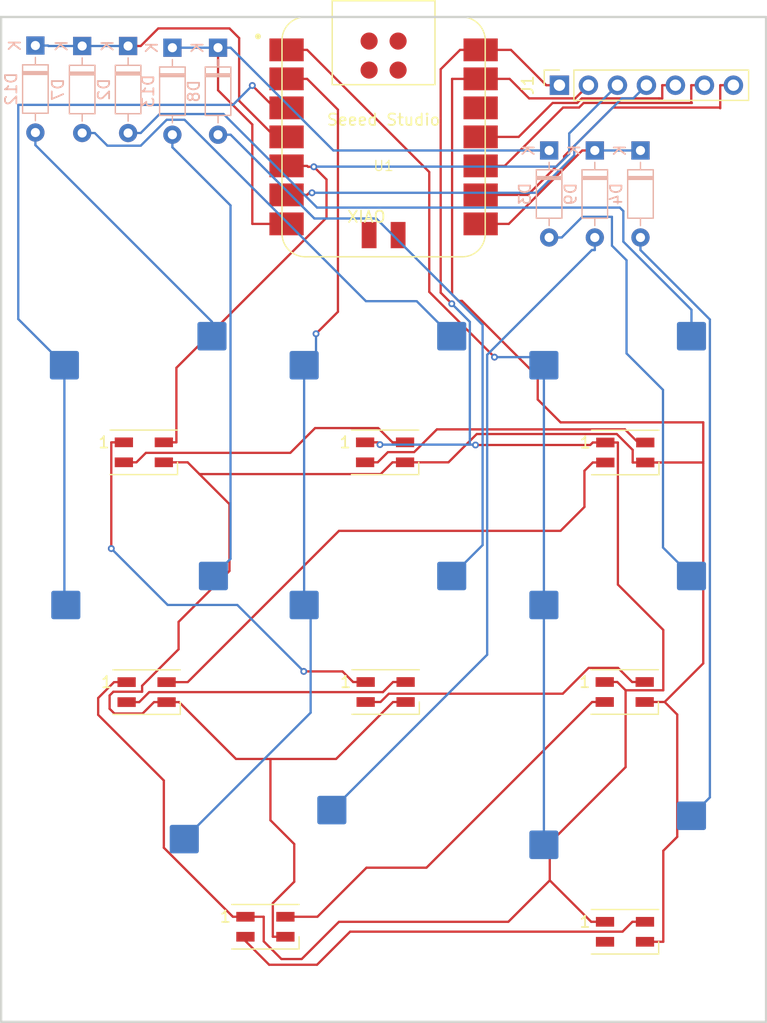
<source format=kicad_pcb>
(kicad_pcb (version 20240108) (generator "pcbnew") (generator_version "8.0")
  (layers (0 "F.Cu" signal) (31 "B.Cu" signal) (34 "B.Paste" user) (35 "F.Paste" user) (36 "B.SilkS" user "B.Silkscreen") (37 "F.SilkS" user "F.Silkscreen") (38 "B.Mask" user) (39 "F.Mask" user) (44 "Edge.Cuts" user))
  (net 0 "")
  (net 1 "Net-(D2-A)")
  (net 2 "Row 1")
  (net 3 "Net-(D3-A)")
  (net 4 "Row 3")
  (net 5 "Net-(D4-A)")
  (net 6 "Net-(D7-A)")
  (net 7 "Net-(D8-A)")
  (net 8 "Net-(D9-A)")
  (net 9 "Net-(D12-A)")
  (net 10 "Net-(D13-A)")
  (net 11 "Row 2")
  (net 12 "Column 2")
  (net 13 "Column 3")
  (net 16 "3.3V")
  (net 21 "Column 1")
  (net 22 "GND")
  (net 23 "5V")
  (net 24 "MISO")
  (net 25 "SDA")
  (net 26 "SCK")
  (net 27 "SCL")
  (net 28 "MOSI")
  (net 29 "Net-(U2-DOUT)")
  (net 30 "Net-(U3-DOUT)")
  (net 31 "Net-(U4-DOUT)")
  (net 32 "Net-(U6-DOUT)")
  (net 33 "Net-(U7-DOUT)")
  (net 34 "Net-(U8-DOUT)")
  (net 36 "Net-(U2-VDD)")
  (net 37 "Net-(U5-DOUT)")
  (footprint "MountingHole:MountingHole_2.1mm" (layer "F.Cu") (at 111.5 55)
    (property "Reference" "Hole1" (hide yes))
    (property "Value" "MountingHole_2.1mm" (hide yes))
    (pad "" np_thru_hole circle (at 0 0) (size 2.1 2.1) (drill 2.1) (layers "*.Cu" "*.Mask"))
  )
  (footprint "LED_SMD:LED_SK6812MINI_PLCC4_3.5x3.5mm_P1.75mm" (layer "F.Cu") (at 139.1311 74.1253)
    (property "Reference" "U3" (hide yes))
    (property "Value" "~")
    (fp_text user "1" (at -3.5 -0.875 0) (layer "F.SilkS"))
    (pad "1" smd rect (at -1.75 -0.875) (size 1.6 0.85) (layers "F.Cu" "F.Paste" "F.Mask") (net 23 "5V"))
    (pad "2" smd rect (at -1.75 0.875) (size 1.6 0.85) (layers "F.Cu" "F.Paste" "F.Mask") (net 30 "Net-(U3-DOUT)"))
    (pad "3" smd rect (at 1.75 0.875) (size 1.6 0.85) (layers "F.Cu" "F.Paste" "F.Mask") (net 22 "GND"))
    (pad "4" smd rect (at 1.75 -0.875) (size 1.6 0.85) (layers "F.Cu" "F.Paste" "F.Mask") (net 29 "Net-(U2-DOUT)"))
  )
  (footprint "LED_SMD:LED_SK6812MINI_PLCC4_3.5x3.5mm_P1.75mm" (layer "F.Cu") (at 118.2412 95.1247)
    (property "Reference" "U5" (hide yes))
    (property "Value" "~")
    (fp_text user "1" (at -3.5 -0.875 0) (layer "F.SilkS"))
    (pad "1" smd rect (at -1.75 -0.875) (size 1.6 0.85) (layers "F.Cu" "F.Paste" "F.Mask") (net 23 "5V"))
    (pad "2" smd rect (at -1.75 0.875) (size 1.6 0.85) (layers "F.Cu" "F.Paste" "F.Mask") (net 37 "Net-(U5-DOUT)"))
    (pad "3" smd rect (at 1.75 0.875) (size 1.6 0.85) (layers "F.Cu" "F.Paste" "F.Mask") (net 22 "GND"))
    (pad "4" smd rect (at 1.75 -0.875) (size 1.6 0.85) (layers "F.Cu" "F.Paste" "F.Mask") (net 31 "Net-(U4-DOUT)"))
  )
  (footprint "Seeed Studio XIAO Series Library:XIAO-SAMD21-RP2040-14P-2.54-21X17.8MM (Seeeduino XIAO)" (layer "F.Cu") (at 139 46.5)
    (property "Reference" "U1" (at 0 2.54 0) (layer "F.SilkS") (effects (font (size 0.889 0.889) (thickness 0.1016))))
    (property "Value" "Seeed Studio XIAO SAMD21" (hide yes))
    (fp_text user "Seeed Studio" (at 0 -1.5 0) (layer "F.SilkS"))
    (fp_text user "XIAO" (at -1.5 7 0) (layer "F.SilkS"))
    (pad "1" smd rect (at -8.5 -7.62) (size 3 2) (layers "F.Cu" "F.Paste" "F.Mask") (net 21 "Column 1"))
    (pad "2" smd rect (at -8.5 -5.08) (size 3 2) (layers "F.Cu" "F.Paste" "F.Mask") (net 12 "Column 2"))
    (pad "3" smd rect (at -8.5 -2.54) (size 3 2) (layers "F.Cu" "F.Paste" "F.Mask") (net 13 "Column 3"))
    (pad "4" smd rect (at -8.5 0) (size 3 2) (layers "F.Cu" "F.Paste" "F.Mask") (net 2 "Row 1"))
    (pad "5" smd rect (at -8.5 2.54) (size 3 2) (layers "F.Cu" "F.Paste" "F.Mask") (net 25 "SDA"))
    (pad "6" smd rect (at -8.5 5.08 180) (size 3 2) (layers "F.Cu" "F.Paste" "F.Mask") (net 27 "SCL"))
    (pad "7" smd rect (at -8.5 7.62) (size 3 2) (layers "F.Cu" "F.Paste" "F.Mask") (net 11 "Row 2"))
    (pad "8" smd rect (at 8.5 7.62) (size 3 2) (layers "F.Cu" "F.Paste" "F.Mask") (net 4 "Row 3"))
    (pad "9" smd rect (at 8.5 5.08) (size 3 2) (layers "F.Cu" "F.Paste" "F.Mask") (net 26 "SCK"))
    (pad "10" smd rect (at 8.5 2.54) (size 3 2) (layers "F.Cu" "F.Paste" "F.Mask") (net 24 "MISO"))
    (pad "11" smd rect (at 8.5 0) (size 3 2) (layers "F.Cu" "F.Paste" "F.Mask") (net 28 "MOSI"))
    (pad "12" smd rect (at 8.5 -2.54) (size 3 2) (layers "F.Cu" "F.Paste" "F.Mask") (net 16 "3.3V"))
    (pad "13" smd rect (at 8.5 -5.08) (size 3 2) (layers "F.Cu" "F.Paste" "F.Mask") (net 22 "GND"))
    (pad "14" smd rect (at 8.5 -7.62) (size 3 2) (layers "F.Cu" "F.Paste" "F.Mask") (net 23 "5V"))
    (pad "15" smd circle (at -1.27 -8.39 90) (size 1.5 1.5) (layers "F.Cu" "F.Paste" "F.Mask"))
    (pad "16" smd circle (at 1.27 -8.39 90) (size 1.5 1.5) (layers "F.Cu" "F.Paste" "F.Mask"))
    (pad "17" smd circle (at -1.27 -5.85 90) (size 1.5 1.5) (layers "F.Cu" "F.Paste" "F.Mask"))
    (pad "18" smd circle (at 1.27 -5.85 90) (size 1.5 1.5) (layers "F.Cu" "F.Paste" "F.Mask"))
    (pad "19" smd rect (at -1.27 8.6 90) (size 2.3 1.3) (layers "F.Cu" "F.Paste" "F.Mask"))
    (pad "20" smd rect (at 1.27 8.6 90) (size 2.3 1.3) (layers "F.Cu" "F.Paste" "F.Mask"))
  )
  (footprint "PCM_Mounting_Keyboard_Stabilizer:Stabilizer_Cherry_MX_2.00u" (layer "F.Cu") (at 128.625 110.5348)
    (property "Reference" "REF**" (hide yes))
    (property "Value" "Stabilizer_Cherry_MX_2.00u" (hide yes))
    (pad "" np_thru_hole circle (at -11.938 -6.985) (size 3.048 3.048) (drill 3.048) (layers "*.Cu" "*.Mask"))
    (pad "" np_thru_hole circle (at -11.938 8.225) (size 3.9878 3.9878) (drill 3.9878) (layers "*.Cu" "*.Mask"))
    (pad "" np_thru_hole circle (at 11.938 -6.985) (size 3.048 3.048) (drill 3.048) (layers "*.Cu" "*.Mask"))
    (pad "" np_thru_hole circle (at 11.938 8.225) (size 3.9878 3.9878) (drill 3.9878) (layers "*.Cu" "*.Mask"))
  )
  (footprint "MountingHole:MountingHole_2.1mm" (layer "F.Cu") (at 147 111.5)
    (property "Reference" "Hole3" (hide yes))
    (property "Value" "MountingHole_2.1mm")
    (pad "" np_thru_hole circle (at 0 0) (size 2.1 2.1) (drill 2.1) (layers "*.Cu" "*.Mask"))
  )
  (footprint "LED_SMD:LED_SK6812MINI_PLCC4_3.5x3.5mm_P1.75mm" (layer "F.Cu") (at 160.1192 95.1125)
    (property "Reference" "U7" (hide yes))
    (property "Value" "~")
    (fp_text user "1" (at -3.5 -0.875 0) (layer "F.SilkS"))
    (pad "1" smd rect (at -1.75 -0.875) (size 1.6 0.85) (layers "F.Cu" "F.Paste" "F.Mask") (net 23 "5V"))
    (pad "2" smd rect (at -1.75 0.875) (size 1.6 0.85) (layers "F.Cu" "F.Paste" "F.Mask") (net 33 "Net-(U7-DOUT)"))
    (pad "3" smd rect (at 1.75 0.875) (size 1.6 0.85) (layers "F.Cu" "F.Paste" "F.Mask") (net 22 "GND"))
    (pad "4" smd rect (at 1.75 -0.875) (size 1.6 0.85) (layers "F.Cu" "F.Paste" "F.Mask") (net 32 "Net-(U6-DOUT)"))
  )
  (footprint "LED_SMD:LED_SK6812MINI_PLCC4_3.5x3.5mm_P1.75mm" (layer "F.Cu") (at 118 74.125)
    (property "Reference" "U2" (hide yes))
    (property "Value" "~")
    (fp_text user "1" (at -3.5 -0.875 0) (layer "F.SilkS"))
    (pad "1" smd rect (at -1.75 -0.875) (size 1.6 0.85) (layers "F.Cu" "F.Paste" "F.Mask") (net 36 "Net-(U2-VDD)"))
    (pad "2" smd rect (at -1.75 0.875) (size 1.6 0.85) (layers "F.Cu" "F.Paste" "F.Mask") (net 29 "Net-(U2-DOUT)"))
    (pad "3" smd rect (at 1.75 0.875) (size 1.6 0.85) (layers "F.Cu" "F.Paste" "F.Mask") (net 22 "GND"))
    (pad "4" smd rect (at 1.75 -0.875) (size 1.6 0.85) (layers "F.Cu" "F.Paste" "F.Mask") (net 25 "SDA"))
  )
  (footprint "MountingHole:MountingHole_2.1mm" (layer "F.Cu") (at 109.5 112)
    (property "Reference" "Hole2" (hide yes))
    (property "Value" "MountingHole_2.1mm" (hide yes))
    (pad "" np_thru_hole circle (at 0 0) (size 2.1 2.1) (drill 2.1) (layers "*.Cu" "*.Mask"))
  )
  (footprint "Connector_PinSocket_2.54mm:PinSocket_1x07_P2.54mm_Vertical" (layer "F.Cu") (at 154.4 41.975 90)
    (property "Reference" "J1" (at 0 -2.77 90) (layer "F.SilkS"))
    (property "Value" "PINHD_1x7_Female" (hide yes))
    (pad "1" thru_hole rect (at 0 0 90) (size 1.7 1.7) (drill 1) (layers "*.Cu" "*.Mask") (net 23 "5V"))
    (pad "2" thru_hole oval (at 0 2.54 90) (size 1.7 1.7) (drill 1) (layers "*.Cu" "*.Mask") (net 22 "GND"))
    (pad "3" thru_hole oval (at 0 5.08 90) (size 1.7 1.7) (drill 1) (layers "*.Cu" "*.Mask") (net 25 "SDA"))
    (pad "4" thru_hole oval (at 0 7.62 90) (size 1.7 1.7) (drill 1) (layers "*.Cu" "*.Mask") (net 27 "SCL"))
    (pad "5" thru_hole oval (at 0 10.16 90) (size 1.7 1.7) (drill 1) (layers "*.Cu" "*.Mask") (net 28 "MOSI"))
    (pad "6" thru_hole oval (at 0 12.7 90) (size 1.7 1.7) (drill 1) (layers "*.Cu" "*.Mask") (net 24 "MISO"))
    (pad "7" thru_hole oval (at 0 15.24 90) (size 1.7 1.7) (drill 1) (layers "*.Cu" "*.Mask") (net 26 "SCK"))
  )
  (footprint "LED_SMD:LED_SK6812MINI_PLCC4_3.5x3.5mm_P1.75mm" (layer "F.Cu") (at 128.6481 115.6718)
    (property "Reference" "U8" (hide yes))
    (property "Value" "~")
    (fp_text user "1" (at -3.5 -0.875 0) (layer "F.SilkS"))
    (pad "1" smd rect (at -1.75 -0.875) (size 1.6 0.85) (layers "F.Cu" "F.Paste" "F.Mask") (net 23 "5V"))
    (pad "2" smd rect (at -1.75 0.875) (size 1.6 0.85) (layers "F.Cu" "F.Paste" "F.Mask") (net 34 "Net-(U8-DOUT)"))
    (pad "3" smd rect (at 1.75 0.875) (size 1.6 0.85) (layers "F.Cu" "F.Paste" "F.Mask") (net 22 "GND"))
    (pad "4" smd rect (at 1.75 -0.875) (size 1.6 0.85) (layers "F.Cu" "F.Paste" "F.Mask") (net 33 "Net-(U7-DOUT)"))
  )
  (footprint "MountingHole:MountingHole_2.1mm" (layer "F.Cu") (at 167 55.5)
    (property "Reference" "Hole4" (hide yes))
    (property "Value" "MountingHole_2.1mm" (hide yes))
    (pad "" np_thru_hole circle (at 0 0) (size 2.1 2.1) (drill 2.1) (layers "*.Cu" "*.Mask"))
  )
  (footprint "LED_SMD:LED_SK6812MINI_PLCC4_3.5x3.5mm_P1.75mm" (layer "F.Cu") (at 139.1786 95.1143)
    (property "Reference" "U6" (hide yes))
    (property "Value" "~")
    (fp_text user "1" (at -3.5 -0.875 0) (layer "F.SilkS"))
    (pad "1" smd rect (at -1.75 -0.875) (size 1.6 0.85) (layers "F.Cu" "F.Paste" "F.Mask") (net 36 "Net-(U2-VDD)"))
    (pad "2" smd rect (at -1.75 0.875) (size 1.6 0.85) (layers "F.Cu" "F.Paste" "F.Mask") (net 32 "Net-(U6-DOUT)"))
    (pad "3" smd rect (at 1.75 0.875) (size 1.6 0.85) (layers "F.Cu" "F.Paste" "F.Mask") (net 22 "GND"))
    (pad "4" smd rect (at 1.75 -0.875) (size 1.6 0.85) (layers "F.Cu" "F.Paste" "F.Mask") (net 37 "Net-(U5-DOUT)"))
  )
  (footprint "LED_SMD:LED_SK6812MINI_PLCC4_3.5x3.5mm_P1.75mm" (layer "F.Cu") (at 160.1704 74.1394)
    (property "Reference" "U4" (hide yes))
    (property "Value" "~")
    (fp_text user "1" (at -3.5 -0.875 0) (layer "F.SilkS"))
    (pad "1" smd rect (at -1.75 -0.875) (size 1.6 0.85) (layers "F.Cu" "F.Paste" "F.Mask") (net 23 "5V"))
    (pad "2" smd rect (at -1.75 0.875) (size 1.6 0.85) (layers "F.Cu" "F.Paste" "F.Mask") (net 31 "Net-(U4-DOUT)"))
    (pad "3" smd rect (at 1.75 0.875) (size 1.6 0.85) (layers "F.Cu" "F.Paste" "F.Mask") (net 22 "GND"))
    (pad "4" smd rect (at 1.75 -0.875) (size 1.6 0.85) (layers "F.Cu" "F.Paste" "F.Mask") (net 30 "Net-(U3-DOUT)"))
  )
  (footprint "LED_SMD:LED_SK6812MINI_PLCC4_3.5x3.5mm_P1.75mm" (layer "F.Cu") (at 160.1448 116.112)
    (property "Reference" "U9" (hide yes))
    (property "Value" "~")
    (fp_text user "1" (at -3.5 -0.875 0) (layer "F.SilkS"))
    (pad "1" smd rect (at -1.75 -0.875) (size 1.6 0.85) (layers "F.Cu" "F.Paste" "F.Mask") (net 23 "5V"))
    (pad "2" smd rect (at -1.75 0.875) (size 1.6 0.85) (layers "F.Cu" "F.Paste" "F.Mask"))
    (pad "3" smd rect (at 1.75 0.875) (size 1.6 0.85) (layers "F.Cu" "F.Paste" "F.Mask") (net 22 "GND"))
    (pad "4" smd rect (at 1.75 -0.875) (size 1.6 0.85) (layers "F.Cu" "F.Paste" "F.Mask") (net 34 "Net-(U8-DOUT)"))
  )
  (footprint "Diode_THT:D_DO-35_SOD27_P7.62mm_Horizontal" (layer "B.Cu") (at 153.5 47.69 -90)
    (property "Reference" "D3" (at 3.81 2.12 90) (layer "B.SilkS") (effects (justify mirror)))
    (property "Value" "1N4148")
    (fp_text user "K" (at 0 1.8 90) (layer "B.SilkS") (effects (justify mirror)))
    (pad "1" thru_hole rect (at 0 0 270) (size 1.6 1.6) (drill 0.8) (layers "*.Cu" "*.Mask") (net 11 "Row 2"))
    (pad "2" thru_hole oval (at 7.62 0 270) (size 1.6 1.6) (drill 0.8) (layers "*.Cu" "*.Mask") (net 3 "Net-(D3-A)"))
  )
  (footprint "Diode_THT:D_DO-35_SOD27_P7.62mm_Horizontal" (layer "B.Cu") (at 124.5 38.69 -90)
    (property "Reference" "D8" (at 3.81 2.12 90) (layer "B.SilkS") (effects (justify mirror)))
    (property "Value" "1N4148")
    (fp_text user "K" (at 0 1.8 90) (layer "B.SilkS") (effects (justify mirror)))
    (pad "1" thru_hole rect (at 0 0 270) (size 1.6 1.6) (drill 0.8) (layers "*.Cu" "*.Mask") (net 11 "Row 2"))
    (pad "2" thru_hole oval (at 7.62 0 270) (size 1.6 1.6) (drill 0.8) (layers "*.Cu" "*.Mask") (net 7 "Net-(D8-A)"))
  )
  (footprint "MX_Hotswap:MX-Hotswap-1U" (layer "B.Cu") (at 139.125 69.0348 180)
    (property "Reference" "SW2")
    (property "Value" "SW_SPST")
    (pad "" np_thru_hole circle (at -5.08 0 228.099) (size 1.7018 1.7018) (drill 1.7018) (layers "F&B.Cu" "*.Mask"))
    (pad "" np_thru_hole circle (at -2.54 5.08 180) (size 3 3) (drill 3) (layers "F&B.Cu" "*.Mask"))
    (pad "" np_thru_hole circle (at 0 0 180) (size 3.9878 3.9878) (drill 3.9878) (layers "F&B.Cu" "*.Mask"))
    (pad "" np_thru_hole circle (at 3.81 2.54 180) (size 3 3) (drill 3) (layers "F&B.Cu" "*.Mask"))
    (pad "" np_thru_hole circle (at 5.08 0 228.099) (size 1.7018 1.7018) (drill 1.7018) (layers "F&B.Cu" "*.Mask"))
    (pad "1" smd roundrect (at 7.085 2.54 180) (size 2.55 2.5) (layers "B.Cu" "B.Paste" "B.Mask") (roundrect_rratio 0.08) (net 12 "Column 2"))
    (pad "2" smd roundrect (at -5.842 5.08 180) (size 2.55 2.5) (layers "B.Cu" "B.Paste" "B.Mask") (roundrect_rratio 0.08) (net 6 "Net-(D7-A)"))
  )
  (footprint "MX_Hotswap:MX-Hotswap-1U" (layer "B.Cu") (at 118.25 90.0348 180)
    (property "Reference" "SW7")
    (property "Value" "SW_SPST")
    (pad "" np_thru_hole circle (at -5.08 0 228.099) (size 1.7018 1.7018) (drill 1.7018) (layers "F&B.Cu" "*.Mask"))
    (pad "" np_thru_hole circle (at -2.54 5.08 180) (size 3 3) (drill 3) (layers "F&B.Cu" "*.Mask"))
    (pad "" np_thru_hole circle (at 0 0 180) (size 3.9878 3.9878) (drill 3.9878) (layers "F&B.Cu" "*.Mask"))
    (pad "" np_thru_hole circle (at 3.81 2.54 180) (size 3 3) (drill 3) (layers "F&B.Cu" "*.Mask"))
    (pad "" np_thru_hole circle (at 5.08 0 228.099) (size 1.7018 1.7018) (drill 1.7018) (layers "F&B.Cu" "*.Mask"))
    (pad "1" smd roundrect (at 7.085 2.54 180) (size 2.55 2.5) (layers "B.Cu" "B.Paste" "B.Mask") (roundrect_rratio 0.08) (net 13 "Column 3"))
    (pad "2" smd roundrect (at -5.842 5.08 180) (size 2.55 2.5) (layers "B.Cu" "B.Paste" "B.Mask") (roundrect_rratio 0.08) (net 10 "Net-(D13-A)"))
  )
  (footprint "MX_Hotswap:MX-Hotswap-1U" (layer "B.Cu") (at 160.125 90.0348 180)
    (property "Reference" "SW5")
    (property "Value" "SW_SPST")
    (pad "" np_thru_hole circle (at -5.08 0 228.099) (size 1.7018 1.7018) (drill 1.7018) (layers "F&B.Cu" "*.Mask"))
    (pad "" np_thru_hole circle (at -2.54 5.08 180) (size 3 3) (drill 3) (layers "F&B.Cu" "*.Mask"))
    (pad "" np_thru_hole circle (at 0 0 180) (size 3.9878 3.9878) (drill 3.9878) (layers "F&B.Cu" "*.Mask"))
    (pad "" np_thru_hole circle (at 3.81 2.54 180) (size 3 3) (drill 3) (layers "F&B.Cu" "*.Mask"))
    (pad "" np_thru_hole circle (at 5.08 0 228.099) (size 1.7018 1.7018) (drill 1.7018) (layers "F&B.Cu" "*.Mask"))
    (pad "1" smd roundrect (at 7.085 2.54 180) (size 2.55 2.5) (layers "B.Cu" "B.Paste" "B.Mask") (roundrect_rratio 0.08) (net 21 "Column 1"))
    (pad "2" smd roundrect (at -5.842 5.08 180) (size 2.55 2.5) (layers "B.Cu" "B.Paste" "B.Mask") (roundrect_rratio 0.08) (net 3 "Net-(D3-A)"))
  )
  (footprint "Diode_THT:D_DO-35_SOD27_P7.62mm_Horizontal" (layer "B.Cu") (at 120.5 38.69 -90)
    (property "Reference" "D13" (at 3.81 2.12 90) (layer "B.SilkS") (effects (justify mirror)))
    (property "Value" "1N4148")
    (fp_text user "K" (at 0 1.8 90) (layer "B.SilkS") (effects (justify mirror)))
    (pad "1" thru_hole rect (at 0 0 270) (size 1.6 1.6) (drill 0.8) (layers "*.Cu" "*.Mask") (net 11 "Row 2"))
    (pad "2" thru_hole oval (at 7.62 0 270) (size 1.6 1.6) (drill 0.8) (layers "*.Cu" "*.Mask") (net 10 "Net-(D13-A)"))
  )
  (footprint "MX_Hotswap:MX-Hotswap-1U" (layer "B.Cu") (at 160.125 69.0348 180)
    (property "Reference" "SW1")
    (property "Value" "SW_SPST")
    (pad "" np_thru_hole circle (at -5.08 0 228.099) (size 1.7018 1.7018) (drill 1.7018) (layers "F&B.Cu" "*.Mask"))
    (pad "" np_thru_hole circle (at -2.54 5.08 180) (size 3 3) (drill 3) (layers "F&B.Cu" "*.Mask"))
    (pad "" np_thru_hole circle (at 0 0 180) (size 3.9878 3.9878) (drill 3.9878) (layers "F&B.Cu" "*.Mask"))
    (pad "" np_thru_hole circle (at 3.81 2.54 180) (size 3 3) (drill 3) (layers "F&B.Cu" "*.Mask"))
    (pad "" np_thru_hole circle (at 5.08 0 228.099) (size 1.7018 1.7018) (drill 1.7018) (layers "F&B.Cu" "*.Mask"))
    (pad "1" smd roundrect (at 7.085 2.54 180) (size 2.55 2.5) (layers "B.Cu" "B.Paste" "B.Mask") (roundrect_rratio 0.08) (net 21 "Column 1"))
    (pad "2" smd roundrect (at -5.842 5.08 180) (size 2.55 2.5) (layers "B.Cu" "B.Paste" "B.Mask") (roundrect_rratio 0.08) (net 1 "Net-(D2-A)"))
  )
  (footprint "Diode_THT:D_DO-35_SOD27_P7.62mm_Horizontal" (layer "B.Cu") (at 108.5 38.5 -90)
    (property "Reference" "D12" (at 3.81 2.12 90) (layer "B.SilkS") (effects (justify mirror)))
    (property "Value" "1N4148")
    (fp_text user "K" (at 0 1.8 90) (layer "B.SilkS") (effects (justify mirror)))
    (pad "1" thru_hole rect (at 0 0 270) (size 1.6 1.6) (drill 0.8) (layers "*.Cu" "*.Mask") (net 2 "Row 1"))
    (pad "2" thru_hole oval (at 7.62 0 270) (size 1.6 1.6) (drill 0.8) (layers "*.Cu" "*.Mask") (net 9 "Net-(D12-A)"))
  )
  (footprint "MX_Hotswap:MX-Hotswap-1U" (layer "B.Cu") (at 128.625 110.5348 180)
    (property "Reference" "SW10")
    (property "Value" "SW_SPST")
    (pad "" np_thru_hole circle (at -5.08 0 228.099) (size 1.7018 1.7018) (drill 1.7018) (layers "F&B.Cu" "*.Mask"))
    (pad "" np_thru_hole circle (at -2.54 5.08 180) (size 3 3) (drill 3) (layers "F&B.Cu" "*.Mask"))
    (pad "" np_thru_hole circle (at 0 0 180) (size 3.9878 3.9878) (drill 3.9878) (layers "F&B.Cu" "*.Mask"))
    (pad "" np_thru_hole circle (at 3.81 2.54 180) (size 3 3) (drill 3) (layers "F&B.Cu" "*.Mask"))
    (pad "" np_thru_hole circle (at 5.08 0 228.099) (size 1.7018 1.7018) (drill 1.7018) (layers "F&B.Cu" "*.Mask"))
    (pad "1" smd roundrect (at 7.085 2.54 180) (size 2.55 2.5) (layers "B.Cu" "B.Paste" "B.Mask") (roundrect_rratio 0.08) (net 12 "Column 2"))
    (pad "2" smd roundrect (at -5.842 5.08 180) (size 2.55 2.5) (layers "B.Cu" "B.Paste" "B.Mask") (roundrect_rratio 0.08) (net 8 "Net-(D9-A)"))
  )
  (footprint "MX_Hotswap:MX-Hotswap-1U" (layer "B.Cu") (at 160.125 111.0348 180)
    (property "Reference" "SW9")
    (property "Value" "SW_SPST")
    (pad "" np_thru_hole circle (at -5.08 0 228.099) (size 1.7018 1.7018) (drill 1.7018) (layers "F&B.Cu" "*.Mask"))
    (pad "" np_thru_hole circle (at -2.54 5.08 180) (size 3 3) (drill 3) (layers "F&B.Cu" "*.Mask"))
    (pad "" np_thru_hole circle (at 0 0 180) (size 3.9878 3.9878) (drill 3.9878) (layers "F&B.Cu" "*.Mask"))
    (pad "" np_thru_hole circle (at 3.81 2.54 180) (size 3 3) (drill 3) (layers "F&B.Cu" "*.Mask"))
    (pad "" np_thru_hole circle (at 5.08 0 228.099) (size 1.7018 1.7018) (drill 1.7018) (layers "F&B.Cu" "*.Mask"))
    (pad "1" smd roundrect (at 7.085 2.54 180) (size 2.55 2.5) (layers "B.Cu" "B.Paste" "B.Mask") (roundrect_rratio 0.08) (net 21 "Column 1"))
    (pad "2" smd roundrect (at -5.842 5.08 180) (size 2.55 2.5) (layers "B.Cu" "B.Paste" "B.Mask") (roundrect_rratio 0.08) (net 5 "Net-(D4-A)"))
  )
  (footprint "Diode_THT:D_DO-35_SOD27_P7.62mm_Horizontal" (layer "B.Cu") (at 161.5 47.69 -90)
    (property "Reference" "D4" (at 3.81 2.12 90) (layer "B.SilkS") (effects (justify mirror)))
    (property "Value" "1N4148")
    (fp_text user "K" (at 0 1.8 90) (layer "B.SilkS") (effects (justify mirror)))
    (pad "1" thru_hole rect (at 0 0 270) (size 1.6 1.6) (drill 0.8) (layers "*.Cu" "*.Mask") (net 4 "Row 3"))
    (pad "2" thru_hole oval (at 7.62 0 270) (size 1.6 1.6) (drill 0.8) (layers "*.Cu" "*.Mask") (net 5 "Net-(D4-A)"))
  )
  (footprint "Diode_THT:D_DO-35_SOD27_P7.62mm_Horizontal" (layer "B.Cu") (at 116.6222 38.5412 -90)
    (property "Reference" "D2" (at 3.81 2.12 90) (layer "B.SilkS") (effects (justify mirror)))
    (property "Value" "1N4148")
    (fp_text user "K" (at 0 1.8 90) (layer "B.SilkS") (effects (justify mirror)))
    (pad "1" thru_hole rect (at 0 0 270) (size 1.6 1.6) (drill 0.8) (layers "*.Cu" "*.Mask") (net 2 "Row 1"))
    (pad "2" thru_hole oval (at 7.62 0 270) (size 1.6 1.6) (drill 0.8) (layers "*.Cu" "*.Mask") (net 1 "Net-(D2-A)"))
  )
  (footprint "MX_Hotswap:MX-Hotswap-1U" (layer "B.Cu") (at 118.125 69.0348 180)
    (property "Reference" "SW3")
    (property "Value" "SW_SPST")
    (pad "" np_thru_hole circle (at -5.08 0 228.099) (size 1.7018 1.7018) (drill 1.7018) (layers "F&B.Cu" "*.Mask"))
    (pad "" np_thru_hole circle (at -2.54 5.08 180) (size 3 3) (drill 3) (layers "F&B.Cu" "*.Mask"))
    (pad "" np_thru_hole circle (at 0 0 180) (size 3.9878 3.9878) (drill 3.9878) (layers "F&B.Cu" "*.Mask"))
    (pad "" np_thru_hole circle (at 3.81 2.54 180) (size 3 3) (drill 3) (layers "F&B.Cu" "*.Mask"))
    (pad "" np_thru_hole circle (at 5.08 0 228.099) (size 1.7018 1.7018) (drill 1.7018) (layers "F&B.Cu" "*.Mask"))
    (pad "1" smd roundrect (at 7.085 2.54 180) (size 2.55 2.5) (layers "B.Cu" "B.Paste" "B.Mask") (roundrect_rratio 0.08) (net 13 "Column 3"))
    (pad "2" smd roundrect (at -5.842 5.08 180) (size 2.55 2.5) (layers "B.Cu" "B.Paste" "B.Mask") (roundrect_rratio 0.08) (net 9 "Net-(D12-A)"))
  )
  (footprint "MX_Hotswap:MX-Hotswap-1U" (layer "B.Cu") (at 139.125 90.0348 180)
    (property "Reference" "SW6")
    (property "Value" "SW_SPST")
    (pad "" np_thru_hole circle (at -5.08 0 228.099) (size 1.7018 1.7018) (drill 1.7018) (layers "F&B.Cu" "*.Mask"))
    (pad "" np_thru_hole circle (at -2.54 5.08 180) (size 3 3) (drill 3) (layers "F&B.Cu" "*.Mask"))
    (pad "" np_thru_hole circle (at 0 0 180) (size 3.9878 3.9878) (drill 3.9878) (layers "F&B.Cu" "*.Mask"))
    (pad "" np_thru_hole circle (at 3.81 2.54 180) (size 3 3) (drill 3) (layers "F&B.Cu" "*.Mask"))
    (pad "" np_thru_hole circle (at 5.08 0 228.099) (size 1.7018 1.7018) (drill 1.7018) (layers "F&B.Cu" "*.Mask"))
    (pad "1" smd roundrect (at 7.085 2.54 180) (size 2.55 2.5) (layers "B.Cu" "B.Paste" "B.Mask") (roundrect_rratio 0.08) (net 12 "Column 2"))
    (pad "2" smd roundrect (at -5.842 5.08 180) (size 2.55 2.5) (layers "B.Cu" "B.Paste" "B.Mask") (roundrect_rratio 0.08) (net 7 "Net-(D8-A)"))
  )
  (footprint "Diode_THT:D_DO-35_SOD27_P7.62mm_Horizontal" (layer "B.Cu") (at 112.5986 38.5412 -90)
    (property "Reference" "D7" (at 3.81 2.12 90) (layer "B.SilkS") (effects (justify mirror)))
    (property "Value" "1N4148")
    (fp_text user "K" (at 0 1.8 90) (layer "B.SilkS") (effects (justify mirror)))
    (pad "1" thru_hole rect (at 0 0 270) (size 1.6 1.6) (drill 0.8) (layers "*.Cu" "*.Mask") (net 2 "Row 1"))
    (pad "2" thru_hole oval (at 7.62 0 270) (size 1.6 1.6) (drill 0.8) (layers "*.Cu" "*.Mask") (net 6 "Net-(D7-A)"))
  )
  (footprint "Diode_THT:D_DO-35_SOD27_P7.62mm_Horizontal" (layer "B.Cu") (at 157.5 47.69 -90)
    (property "Reference" "D9" (at 3.81 2.12 90) (layer "B.SilkS") (effects (justify mirror)))
    (property "Value" "1N4148")
    (fp_text user "K" (at 0 1.8 90) (layer "B.SilkS") (effects (justify mirror)))
    (pad "1" thru_hole rect (at 0 0 270) (size 1.6 1.6) (drill 0.8) (layers "*.Cu" "*.Mask") (net 4 "Row 3"))
    (pad "2" thru_hole oval (at 7.62 0 270) (size 1.6 1.6) (drill 0.8) (layers "*.Cu" "*.Mask") (net 8 "Net-(D9-A)"))
  )
  (gr_rect (start 105.5 36) (end 172.5 124) (stroke (width 0.2)) (fill none) (layer "Edge.Cuts"))
  (segment (start 165.967 61.6416) (end 160 55.6746) (width 0.2) (layer "B.Cu") (net 1))
  (segment (start 124.9818 44.5) (end 119.3851 44.5) (width 0.2) (layer "B.Cu") (net 1))
  (segment (start 117.7239 46.1612) (end 116.6222 46.1612) (width 0.2) (layer "B.Cu") (net 1))
  (segment (start 165.967 63.9548) (end 165.967 61.6416) (width 0.2) (layer "B.Cu") (net 1))
  (segment (start 160 55.6746) (end 160 53) (width 0.2) (layer "B.Cu") (net 1))
  (segment (start 160 53) (end 159.6916 52.6916) (width 0.2) (layer "B.Cu") (net 1))
  (segment (start 133.1734 52.6916) (end 124.9818 44.5) (width 0.2) (layer "B.Cu") (net 1))
  (segment (start 119.3851 44.5) (end 117.7239 46.1612) (width 0.2) (layer "B.Cu") (net 1))
  (segment (start 159.6916 52.6916) (end 133.1734 52.6916) (width 0.2) (layer "B.Cu") (net 1))
  (segment (start 119.2651 37) (end 117.7239 38.5412) (width 0.2) (layer "F.Cu") (net 2))
  (segment (start 117.7239 38.5412) (end 116.6222 38.5412) (width 0.2) (layer "F.Cu") (net 2))
  (segment (start 126.3493 43.3493) (end 126.3493 37.8493) (width 0.2) (layer "F.Cu") (net 2))
  (segment (start 129.5 46.5) (end 126.3493 43.3493) (width 0.2) (layer "F.Cu") (net 2))
  (segment (start 126.3493 37.8493) (end 125.5 37) (width 0.2) (layer "F.Cu") (net 2))
  (segment (start 125.5 37) (end 119.2651 37) (width 0.2) (layer "F.Cu") (net 2))
  (segment (start 130.5 46.5) (end 129.5 46.5) (width 0.2) (layer "F.Cu") (net 2))
  (segment (start 112.5986 38.5412) (end 116.6222 38.5412) (width 0.2) (layer "B.Cu") (net 2))
  (segment (start 109.6429 38.5412) (end 109.6017 38.5) (width 0.2) (layer "B.Cu") (net 2))
  (segment (start 108.5 38.5) (end 109.6017 38.5) (width 0.2) (layer "B.Cu") (net 2))
  (segment (start 112.5986 38.5412) (end 109.6429 38.5412) (width 0.2) (layer "B.Cu") (net 2))
  (segment (start 153.5 55.31) (end 154.6017 55.31) (width 0.2) (layer "B.Cu") (net 3))
  (segment (start 156.4117 53.5) (end 159 53.5) (width 0.2) (layer "B.Cu") (net 3))
  (segment (start 160.2797 57.3033) (end 160.2797 65.4608) (width 0.2) (layer "B.Cu") (net 3))
  (segment (start 154.6017 55.31) (end 156.4117 53.5) (width 0.2) (layer "B.Cu") (net 3))
  (segment (start 160.2797 65.4608) (end 163.4733 68.6544) (width 0.2) (layer "B.Cu") (net 3))
  (segment (start 163.4733 68.6544) (end 163.4733 82.4611) (width 0.2) (layer "B.Cu") (net 3))
  (segment (start 163.4733 82.4611) (end 165.967 84.9548) (width 0.2) (layer "B.Cu") (net 3))
  (segment (start 159 53.5) (end 159 56.0236) (width 0.2) (layer "B.Cu") (net 3))
  (segment (start 159 56.0236) (end 160.2797 57.3033) (width 0.2) (layer "B.Cu") (net 3))
  (segment (start 147.5 54.12) (end 149.9683 54.12) (width 0.2) (layer "F.Cu") (net 4))
  (segment (start 149.9683 54.12) (end 156.3983 47.69) (width 0.2) (layer "F.Cu") (net 4))
  (segment (start 157.5 47.69) (end 156.3983 47.69) (width 0.2) (layer "F.Cu") (net 4))
  (segment (start 157.5 47.69) (end 161.5 47.69) (width 0.2) (layer "B.Cu") (net 4))
  (segment (start 167.5787 62.4904) (end 161.5 56.4117) (width 0.2) (layer "B.Cu") (net 5))
  (segment (start 165.967 105.9548) (end 167.5787 104.3431) (width 0.2) (layer "B.Cu") (net 5))
  (segment (start 167.5787 104.3431) (end 167.5787 62.4904) (width 0.2) (layer "B.Cu") (net 5))
  (segment (start 161.5 55.31) (end 161.5 56.4117) (width 0.2) (layer "B.Cu") (net 5))
  (segment (start 113.7003 46.1612) (end 112.5986 46.1612) (width 0.2) (layer "B.Cu") (net 6))
  (segment (start 144.967 63.9548) (end 141.9012 60.889) (width 0.2) (layer "B.Cu") (net 6))
  (segment (start 137.4541 60.889) (end 121.5651 45) (width 0.2) (layer "B.Cu") (net 6))
  (segment (start 120 45) (end 117.7285 47.2715) (width 0.2) (layer "B.Cu") (net 6))
  (segment (start 141.9012 60.889) (end 137.4541 60.889) (width 0.2) (layer "B.Cu") (net 6))
  (segment (start 121.5651 45) (end 120 45) (width 0.2) (layer "B.Cu") (net 6))
  (segment (start 114.8106 47.2715) (end 113.7003 46.1612) (width 0.2) (layer "B.Cu") (net 6))
  (segment (start 117.7285 47.2715) (end 114.8106 47.2715) (width 0.2) (layer "B.Cu") (net 6))
  (segment (start 138.3562 53.6474) (end 132.9391 53.6474) (width 0.2) (layer "B.Cu") (net 7))
  (segment (start 132.9391 53.6474) (end 125.6017 46.31) (width 0.2) (layer "B.Cu") (net 7))
  (segment (start 147.6715 62.9627) (end 138.3562 53.6474) (width 0.2) (layer "B.Cu") (net 7))
  (segment (start 124.5 46.31) (end 125.6017 46.31) (width 0.2) (layer "B.Cu") (net 7))
  (segment (start 147.6715 82.2503) (end 147.6715 62.9627) (width 0.2) (layer "B.Cu") (net 7))
  (segment (start 144.967 84.9548) (end 147.6715 82.2503) (width 0.2) (layer "B.Cu") (net 7))
  (segment (start 157.2409 56.4117) (end 157.5 56.4117) (width 0.2) (layer "B.Cu") (net 8))
  (segment (start 157.5 55.31) (end 157.5 56.4117) (width 0.2) (layer "B.Cu") (net 8))
  (segment (start 148.0732 65.5794) (end 157.2409 56.4117) (width 0.2) (layer "B.Cu") (net 8))
  (segment (start 134.467 105.4548) (end 148.0732 91.8486) (width 0.2) (layer "B.Cu") (net 8))
  (segment (start 148.0732 91.8486) (end 148.0732 65.5794) (width 0.2) (layer "B.Cu") (net 8))
  (segment (start 123.967 62.6887) (end 108.5 47.2217) (width 0.2) (layer "B.Cu") (net 9))
  (segment (start 108.5 46.12) (end 108.5 47.2217) (width 0.2) (layer "B.Cu") (net 9))
  (segment (start 123.967 63.9548) (end 123.967 62.6887) (width 0.2) (layer "B.Cu") (net 9))
  (segment (start 125.5918 52.5035) (end 120.5 47.4117) (width 0.2) (layer "B.Cu") (net 10))
  (segment (start 120.5 46.31) (end 120.5 47.4117) (width 0.2) (layer "B.Cu") (net 10))
  (segment (start 124.092 84.9548) (end 125.5918 83.455) (width 0.2) (layer "B.Cu") (net 10))
  (segment (start 125.5918 83.455) (end 125.5918 52.5035) (width 0.2) (layer "B.Cu") (net 10))
  (segment (start 124.5 42.4154) (end 127.5 45.4154) (width 0.2) (layer "F.Cu") (net 11))
  (segment (start 127.5 54.12) (end 130.5 54.12) (width 0.2) (layer "F.Cu") (net 11))
  (segment (start 127.5 45.4154) (end 127.5 54.12) (width 0.2) (layer "F.Cu") (net 11))
  (segment (start 124.5 38.69) (end 124.5 42.4154) (width 0.2) (layer "F.Cu") (net 11))
  (segment (start 125.6017 38.69) (end 134.6017 47.69) (width 0.2) (layer "B.Cu") (net 11))
  (segment (start 124.5 38.69) (end 125.6017 38.69) (width 0.2) (layer "B.Cu") (net 11))
  (segment (start 134.6017 47.69) (end 153.5 47.69) (width 0.2) (layer "B.Cu") (net 11))
  (segment (start 120.5 38.69) (end 124.5 38.69) (width 0.2) (layer "B.Cu") (net 11))
  (segment (start 135 44.1183) (end 132.3017 41.42) (width 0.2) (layer "F.Cu") (net 12))
  (segment (start 135 61.8204) (end 135 44.1183) (width 0.2) (layer "F.Cu") (net 12))
  (segment (start 133.0808 63.7396) (end 135 61.8204) (width 0.2) (layer "F.Cu") (net 12))
  (segment (start 132.3017 41.42) (end 130.5 41.42) (width 0.2) (layer "F.Cu") (net 12))
  (via (at 133.0808 63.7396) (size 0.6) (drill 0.3) (layers "F.Cu" "B.Cu") (net 12))
  (segment (start 132.04 66.4948) (end 133.0808 65.454) (width 0.2) (layer "B.Cu") (net 12))
  (segment (start 121.54 107.9948) (end 132.6097 96.9251) (width 0.2) (layer "B.Cu") (net 12))
  (segment (start 132.6097 96.9251) (end 132.6097 88.0645) (width 0.2) (layer "B.Cu") (net 12))
  (segment (start 132.6097 88.0645) (end 132.04 87.4948) (width 0.2) (layer "B.Cu") (net 12))
  (segment (start 132.04 87.4948) (end 132.04 66.4948) (width 0.2) (layer "B.Cu") (net 12))
  (segment (start 133.0808 65.454) (end 133.0808 63.7396) (width 0.2) (layer "B.Cu") (net 12))
  (segment (start 129.46 43.96) (end 130.5 43.96) (width 0.2) (layer "F.Cu") (net 13))
  (segment (start 127.5 42) (end 129.46 43.96) (width 0.2) (layer "F.Cu") (net 13))
  (via (at 127.5 42) (size 0.6) (drill 0.3) (layers "F.Cu" "B.Cu") (net 13))
  (segment (start 107 43.6954) (end 107 62.4548) (width 0.2) (layer "B.Cu") (net 13))
  (segment (start 125.8046 43.6954) (end 107 43.6954) (width 0.2) (layer "B.Cu") (net 13))
  (segment (start 127.5 42) (end 125.8046 43.6954) (width 0.2) (layer "B.Cu") (net 13))
  (segment (start 111.04 87.3698) (end 111.165 87.4948) (width 0.2) (layer "B.Cu") (net 13))
  (segment (start 107 62.4548) (end 111.04 66.4948) (width 0.2) (layer "B.Cu") (net 13))
  (segment (start 111.04 66.4948) (end 111.04 87.3698) (width 0.2) (layer "B.Cu") (net 13))
  (segment (start 143 60.0755) (end 148.714 65.7895) (width 0.2) (layer "F.Cu") (net 21))
  (segment (start 143 49.5783) (end 143 60.0755) (width 0.2) (layer "F.Cu") (net 21))
  (segment (start 132.3017 38.88) (end 143 49.5783) (width 0.2) (layer "F.Cu") (net 21))
  (segment (start 130.5 38.88) (end 132.3017 38.88) (width 0.2) (layer "F.Cu") (net 21))
  (via (at 148.714 65.7895) (size 0.6) (drill 0.3) (layers "F.Cu" "B.Cu") (net 21))
  (segment (start 153.04 87.4948) (end 153.04 66.4948) (width 0.2) (layer "B.Cu") (net 21))
  (segment (start 153.04 66.4948) (end 152.3347 65.7895) (width 0.2) (layer "B.Cu") (net 21))
  (segment (start 153.04 108.4948) (end 153.04 87.4948) (width 0.2) (layer "B.Cu") (net 21))
  (segment (start 152.3347 65.7895) (end 148.714 65.7895) (width 0.2) (layer "B.Cu") (net 21))
  (segment (start 134.8392 100.977) (end 139.8269 95.9893) (width 0.2) (layer "F.Cu") (net 22))
  (segment (start 147.1606 72.5224) (end 144.6827 75.0003) (width 0.2) (layer "F.Cu") (net 22))
  (segment (start 122.8652 76.0303) (end 121.8349 75) (width 0.2) (layer "F.Cu") (net 22))
  (segment (start 118.8895 95.9997) (end 117.8892 97) (width 0.2) (layer "F.Cu") (net 22))
  (segment (start 161.8948 116.987) (end 163.5 116.987) (width 0.2) (layer "F.Cu") (net 22))
  (segment (start 161.8692 95.9875) (end 163.619 95.9875) (width 0.2) (layer "F.Cu") (net 22))
  (segment (start 167 71.5) (end 167 74.95415) (width 0.2) (layer "F.Cu") (net 22))
  (segment (start 167 75.07465) (end 166.93975 75.0144) (width 0.2) (layer "F.Cu") (net 22))
  (segment (start 117.849318 94.566682) (end 121.0415 91.3745) (width 0.2) (layer "F.Cu") (net 22))
  (segment (start 115.4199 97) (end 115 96.5801) (width 0.2) (layer "F.Cu") (net 22))
  (segment (start 119.9912 95.9997) (end 118.8895 95.9997) (width 0.2) (layer "F.Cu") (net 22))
  (segment (start 131.1731 108.4294) (end 129.0887 106.345) (width 0.2) (layer "F.Cu") (net 22))
  (segment (start 163.619 95.9875) (end 167 92.6065) (width 0.2) (layer "F.Cu") (net 22))
  (segment (start 155.7883 43.1267) (end 151.7457 43.1267) (width 0.2) (layer "F.Cu") (net 22))
  (segment (start 121.0929 95.9997) (end 126.0702 100.977) (width 0.2) (layer "F.Cu") (net 22))
  (segment (start 159.4284 72.5224) (end 147.1606 72.5224) (width 0.2) (layer "F.Cu") (net 22))
  (segment (start 139.7794 75.0003) (end 138.7494 76.0303) (width 0.2) (layer "F.Cu") (net 22))
  (segment (start 115 96.5801) (end 115 95.4188) (width 0.2) (layer "F.Cu") (net 22))
  (segment (start 145 41.42) (end 145 60.293571) (width 0.2) (layer "F.Cu") (net 22))
  (segment (start 130.3981 116.5468) (end 129.2964 116.5468) (width 0.2) (layer "F.Cu") (net 22))
  (segment (start 140.9286 95.9893) (end 139.8269 95.9893) (width 0.2) (layer "F.Cu") (net 22))
  (segment (start 164.721 97.0895) (end 163.619 95.9875) (width 0.2) (layer "F.Cu") (net 22))
  (segment (start 151.7457 43.1267) (end 150.039 41.42) (width 0.2) (layer "F.Cu") (net 22))
  (segment (start 152.5 67.5) (end 152.5 69.5) (width 0.2) (layer "F.Cu") (net 22))
  (segment (start 167 92.6065) (end 167 75.07465) (width 0.2) (layer "F.Cu") (net 22))
  (segment (start 129.0887 106.345) (end 129.0887 100.977) (width 0.2) (layer "F.Cu") (net 22))
  (segment (start 117.849318 95.089606) (end 117.849318 94.566682) (width 0.2) (layer "F.Cu") (net 22))
  (segment (start 126.0702 100.977) (end 129.0887 100.977) (width 0.2) (layer "F.Cu") (net 22))
  (segment (start 160.8187 73.9127) (end 159.4284 72.5224) (width 0.2) (layer "F.Cu") (net 22))
  (segment (start 156.94 41.975) (end 155.7883 43.1267) (width 0.2) (layer "F.Cu") (net 22))
  (segment (start 129.0887 100.977) (end 134.8392 100.977) (width 0.2) (layer "F.Cu") (net 22))
  (segment (start 125.5 84.5138) (end 125.5 78.6651) (width 0.2) (layer "F.Cu") (net 22))
  (segment (start 115 95.4188) (end 115.329194 95.089606) (width 0.2) (layer "F.Cu") (net 22))
  (segment (start 161.9204 75.0144) (end 162.9213 75.0144) (width 0.2) (layer "F.Cu") (net 22))
  (segment (start 129.2964 116.5468) (end 129.2964 113.6084) (width 0.2) (layer "F.Cu") (net 22))
  (segment (start 125.5 78.6651) (end 122.8652 76.0303) (width 0.2) (layer "F.Cu") (net 22))
  (segment (start 145 60.293571) (end 145.5706 60.864171) (width 0.2) (layer "F.Cu") (net 22))
  (segment (start 119.75 75) (end 120.8517 75) (width 0.2) (layer "F.Cu") (net 22))
  (segment (start 138.7494 76.0303) (end 122.8652 76.0303) (width 0.2) (layer "F.Cu") (net 22))
  (segment (start 117.8892 97) (end 115.4199 97) (width 0.2) (layer "F.Cu") (net 22))
  (segment (start 166.93975 75.0144) (end 163.0206 75.0144) (width 0.2) (layer "F.Cu") (net 22))
  (segment (start 163.5 109.0173) (end 164.721 107.7963) (width 0.2) (layer "F.Cu") (net 22))
  (segment (start 164.721 107.7963) (end 164.721 97.0895) (width 0.2) (layer "F.Cu") (net 22))
  (segment (start 152.5 69.5) (end 154.5 71.5) (width 0.2) (layer "F.Cu") (net 22))
  (segment (start 162.9213 75.0144) (end 163.0206 75.0144) (width 0.2) (layer "F.Cu") (net 22))
  (segment (start 150.039 41.42) (end 147.5 41.42) (width 0.2) (layer "F.Cu") (net 22))
  (segment (start 121.0415 91.3745) (end 121.0415 88.9723) (width 0.2) (layer "F.Cu") (net 22))
  (segment (start 154.5 71.5) (end 167 71.5) (width 0.2) (layer "F.Cu") (net 22))
  (segment (start 140.8811 75.0003) (end 139.7794 75.0003) (width 0.2) (layer "F.Cu") (net 22))
  (segment (start 163.5 116.987) (end 163.5 109.0173) (width 0.2) (layer "F.Cu") (net 22))
  (segment (start 167 74.95415) (end 166.93975 75.0144) (width 0.2) (layer "F.Cu") (net 22))
  (segment (start 145.864171 60.864171) (end 152.5 67.5) (width 0.2) (layer "F.Cu") (net 22))
  (segment (start 119.9912 95.9997) (end 121.0929 95.9997) (width 0.2) (layer "F.Cu") (net 22))
  (segment (start 145.5706 60.864171) (end 145.864171 60.864171) (width 0.2) (layer "F.Cu") (net 22))
  (segment (start 131.1731 111.7317) (end 131.1731 108.4294) (width 0.2) (layer "F.Cu") (net 22))
  (segment (start 121.8349 75) (end 120.8517 75) (width 0.2) (layer "F.Cu") (net 22))
  (segment (start 115.329194 95.089606) (end 117.849318 95.089606) (width 0.2) (layer "F.Cu") (net 22))
  (segment (start 147.5 41.42) (end 145 41.42) (width 0.2) (layer "F.Cu") (net 22))
  (segment (start 129.2964 113.6084) (end 131.1731 111.7317) (width 0.2) (layer "F.Cu") (net 22))
  (segment (start 160.8187 75.0144) (end 160.8187 73.9127) (width 0.2) (layer "F.Cu") (net 22))
  (segment (start 161.9204 75.0144) (end 160.8187 75.0144) (width 0.2) (layer "F.Cu") (net 22))
  (segment (start 121.0415 88.9723) (end 125.5 84.5138) (width 0.2) (layer "F.Cu") (net 22))
  (segment (start 144.6827 75.0003) (end 140.8811 75.0003) (width 0.2) (layer "F.Cu") (net 22))
  (segment (start 147.0505 73.4833) (end 157.0998 73.4833) (width 0.2) (layer "F.Cu") (net 23))
  (segment (start 158.4204 73.2644) (end 157.3187 73.2644) (width 0.2) (layer "F.Cu") (net 23))
  (segment (start 153.555 108.3373) (end 160.1976 101.6947) (width 0.2) (layer "F.Cu") (net 23))
  (segment (start 153.555 111.6105) (end 153.555 108.3373) (width 0.2) (layer "F.Cu") (net 23))
  (segment (start 128.5 114.7968) (end 126.8981 114.7968) (width 0.2) (layer "F.Cu") (net 23))
  (segment (start 160.1976 94.9642) (end 159.4709 94.2375) (width 0.2) (layer "F.Cu") (net 23))
  (segment (start 131.8287 118.5) (end 130.05065 118.5) (width 0.2) (layer "F.Cu") (net 23))
  (segment (start 159.5221 85.7032) (end 163.5 89.6811) (width 0.2) (layer "F.Cu") (net 23))
  (segment (start 137.3811 73.2503) (end 138.4828 73.2503) (width 0.2) (layer "F.Cu") (net 23))
  (segment (start 147.5 38.88) (end 145.6983 38.88) (width 0.2) (layer "F.Cu") (net 23))
  (segment (start 163.5 94.9642) (end 160.1976 94.9642) (width 0.2) (layer "F.Cu") (net 23))
  (segment (start 125.7964 114.7968) (end 119.7495 108.7499) (width 0.2) (layer "F.Cu") (net 23))
  (segment (start 157.0998 73.4833) (end 157.3187 73.2644) (width 0.2) (layer "F.Cu") (net 23))
  (segment (start 145.6983 38.88) (end 144 40.5783) (width 0.2) (layer "F.Cu") (net 23))
  (segment (start 153.555 111.6105) (end 149.9269 115.2386) (width 0.2) (layer "F.Cu") (net 23))
  (segment (start 160.1976 101.6947) (end 160.1976 94.9642) (width 0.2) (layer "F.Cu") (net 23))
  (segment (start 119.7495 108.7499) (end 119.7495 102.8644) (width 0.2) (layer "F.Cu") (net 23))
  (segment (start 159.5221 73.2644) (end 159.5221 85.7032) (width 0.2) (layer "F.Cu") (net 23))
  (segment (start 144 60.1421) (end 144.9706 61.1127) (width 0.2) (layer "F.Cu") (net 23))
  (segment (start 154.4 41.975) (end 153.2483 41.975) (width 0.2) (layer "F.Cu") (net 23))
  (segment (start 157.1815 115.237) (end 153.555 111.6105) (width 0.2) (layer "F.Cu") (net 23))
  (segment (start 114 95.6392) (end 115.3895 94.2497) (width 0.2) (layer "F.Cu") (net 23))
  (segment (start 149.9269 115.2386) (end 135.0901 115.2386) (width 0.2) (layer "F.Cu") (net 23))
  (segment (start 135.0901 115.2386) (end 131.8287 118.5) (width 0.2) (layer "F.Cu") (net 23))
  (segment (start 150.1533 38.88) (end 147.5 38.88) (width 0.2) (layer "F.Cu") (net 23))
  (segment (start 158.3948 115.237) (end 157.1815 115.237) (width 0.2) (layer "F.Cu") (net 23))
  (segment (start 138.4828 73.2503) (end 138.683 73.4505) (width 0.2) (layer "F.Cu") (net 23))
  (segment (start 158.4204 73.2644) (end 159.5221 73.2644) (width 0.2) (layer "F.Cu") (net 23))
  (segment (start 163.5 89.6811) (end 163.5 94.9642) (width 0.2) (layer "F.Cu") (net 23))
  (segment (start 158.3692 94.2375) (end 159.4709 94.2375) (width 0.2) (layer "F.Cu") (net 23))
  (segment (start 128.5 116.94935) (end 128.5 114.7968) (width 0.2) (layer "F.Cu") (net 23))
  (segment (start 115.3895 94.2497) (end 116.4912 94.2497) (width 0.2) (layer "F.Cu") (net 23))
  (segment (start 126.8981 114.7968) (end 125.7964 114.7968) (width 0.2) (layer "F.Cu") (net 23))
  (segment (start 144 40.5783) (end 144 60.1421) (width 0.2) (layer "F.Cu") (net 23))
  (segment (start 153.2483 41.975) (end 150.1533 38.88) (width 0.2) (layer "F.Cu") (net 23))
  (segment (start 114 97.1149) (end 114 95.6392) (width 0.2) (layer "F.Cu") (net 23))
  (segment (start 119.7495 102.8644) (end 114 97.1149) (width 0.2) (layer "F.Cu") (net 23))
  (segment (start 130.05065 118.5) (end 128.5 116.94935) (width 0.2) (layer "F.Cu") (net 23))
  (via (at 144.9706 61.1127) (size 0.6) (drill 0.3) (layers "F.Cu" "B.Cu") (net 23))
  (via (at 138.683 73.4505) (size 0.6) (drill 0.3) (layers "F.Cu" "B.Cu") (net 23))
  (via (at 147.0505 73.4833) (size 0.6) (drill 0.3) (layers "F.Cu" "B.Cu") (net 23))
  (segment (start 138.683 73.4505) (end 146.5529 73.4505) (width 0.2) (layer "B.Cu") (net 23))
  (segment (start 146.5529 62.695) (end 144.9706 61.1127) (width 0.2) (layer "B.Cu") (net 23))
  (segment (start 146.5529 73.4505) (end 147.0177 73.4505) (width 0.2) (layer "B.Cu") (net 23))
  (segment (start 147.0177 73.4505) (end 147.0505 73.4833) (width 0.2) (layer "B.Cu") (net 23))
  (segment (start 146.5529 73.4505) (end 146.5529 62.695) (width 0.2) (layer "B.Cu") (net 23))
  (segment (start 166 43.5284) (end 165.9483 43.4767) (width 0.2) (layer "F.Cu") (net 24))
  (segment (start 156.5226 43.5284) (end 166 43.5284) (width 0.2) (layer "F.Cu") (net 24))
  (segment (start 154.7201 43.9301) (end 156.1209 43.9301) (width 0.2) (layer "F.Cu") (net 24))
  (segment (start 165.9483 43.4767) (end 165.9483 41.975) (width 0.2) (layer "F.Cu") (net 24))
  (segment (start 156.1209 43.9301) (end 156.5226 43.5284) (width 0.2) (layer "F.Cu") (net 24))
  (segment (start 165.9483 41.975) (end 167.1 41.975) (width 0.2) (layer "F.Cu") (net 24))
  (segment (start 149.6102 49.04) (end 154.7201 43.9301) (width 0.2) (layer "F.Cu") (net 24))
  (segment (start 147.5 49.04) (end 149.6102 49.04) (width 0.2) (layer "F.Cu") (net 24))
  (segment (start 134 50.2323) (end 134 53.5735) (width 0.2) (layer "F.Cu") (net 25))
  (segment (start 130.5 49.04) (end 132.3017 49.04) (width 0.2) (layer "F.Cu") (net 25))
  (segment (start 120.8517 66.7218) (end 120.8517 73.25) (width 0.2) (layer "F.Cu") (net 25))
  (segment (start 132.3817 49.12) (end 132.8877 49.12) (width 0.2) (layer "F.Cu") (net 25))
  (segment (start 134 53.5735) (end 120.8517 66.7218) (width 0.2) (layer "F.Cu") (net 25))
  (segment (start 120.8517 73.25) (end 119.75 73.25) (width 0.2) (layer "F.Cu") (net 25))
  (segment (start 132.8877 49.12) (end 134 50.2323) (width 0.2) (layer "F.Cu") (net 25))
  (segment (start 132.3017 49.04) (end 132.3817 49.12) (width 0.2) (layer "F.Cu") (net 25))
  (via (at 132.8877 49.12) (size 0.6) (drill 0.3) (layers "F.Cu" "B.Cu") (net 25))
  (segment (start 155.2585 47.9862) (end 154.1409 49.1038) (width 0.2) (layer "B.Cu") (net 25))
  (segment (start 154.1409 49.1038) (end 132.9039 49.1038) (width 0.2) (layer "B.Cu") (net 25))
  (segment (start 155.2585 46.1965) (end 155.2585 47.9862) (width 0.2) (layer "B.Cu") (net 25))
  (segment (start 132.9039 49.1038) (end 132.8877 49.12) (width 0.2) (layer "B.Cu") (net 25))
  (segment (start 159.48 41.975) (end 155.2585 46.1965) (width 0.2) (layer "B.Cu") (net 25))
  (segment (start 151.6367 51.58) (end 154.8078 48.4089) (width 0.2) (layer "F.Cu") (net 26))
  (segment (start 147.5 51.58) (end 151.6367 51.58) (width 0.2) (layer "F.Cu") (net 26))
  (segment (start 168.4883 43.9883) (end 168.4883 41.975) (width 0.2) (layer "F.Cu") (net 26))
  (segment (start 168.4883 41.975) (end 169.64 41.975) (width 0.2) (layer "F.Cu") (net 26))
  (segment (start 154.8078 48.1922) (end 159.0699 43.9301) (width 0.2) (layer "F.Cu") (net 26))
  (segment (start 159.0699 43.9301) (end 168.4301 43.9301) (width 0.2) (layer "F.Cu") (net 26))
  (segment (start 154.8078 48.4089) (end 154.8078 48.1922) (width 0.2) (layer "F.Cu") (net 26))
  (segment (start 168.4301 43.9301) (end 168.4883 43.9883) (width 0.2) (layer "F.Cu") (net 26))
  (segment (start 130.5 51.58) (end 132.3017 51.58) (width 0.2) (layer "F.Cu") (net 27))
  (segment (start 132.4867 51.395) (end 132.3017 51.58) (width 0.2) (layer "F.Cu") (net 27))
  (segment (start 132.7276 51.395) (end 132.4867 51.395) (width 0.2) (layer "F.Cu") (net 27))
  (via (at 132.7276 51.395) (size 0.6) (drill 0.3) (layers "F.Cu" "B.Cu") (net 27))
  (segment (start 162.02 41.98) (end 162.02 41.975) (width 0.2) (layer "B.Cu") (net 27))
  (segment (start 155.7014 48.1113) (end 155.7014 47.2986) (width 0.2) (layer "B.Cu") (net 27))
  (segment (start 132.7276 51.395) (end 152.4177 51.395) (width 0.2) (layer "B.Cu") (net 27))
  (segment (start 159.875 43.125) (end 160.875 43.125) (width 0.2) (layer "B.Cu") (net 27))
  (segment (start 152.4177 51.395) (end 155.7014 48.1113) (width 0.2) (layer "B.Cu") (net 27))
  (segment (start 155.7014 47.2986) (end 159.875 43.125) (width 0.2) (layer "B.Cu") (net 27))
  (segment (start 160.875 43.125) (end 162.02 41.98) (width 0.2) (layer "B.Cu") (net 27))
  (segment (start 163.4083 43.1284) (end 163.4083 41.975) (width 0.2) (layer "F.Cu") (net 28))
  (segment (start 156 43.483) (end 156.3563 43.1267) (width 0.2) (layer "F.Cu") (net 28))
  (segment (start 156 43.485314) (end 156 43.483) (width 0.2) (layer "F.Cu") (net 28))
  (segment (start 156.3563 43.1267) (end 163.1267 43.1267) (width 0.2) (layer "F.Cu") (net 28))
  (segment (start 153.8054 43.5284) (end 155.956914 43.5284) (width 0.2) (layer "F.Cu") (net 28))
  (segment (start 155.956914 43.5284) (end 156 43.485314) (width 0.2) (layer "F.Cu") (net 28))
  (segment (start 147.5 46.5) (end 150.8338 46.5) (width 0.2) (layer "F.Cu") (net 28))
  (segment (start 163.1284 43.1284) (end 163.4083 43.1284) (width 0.2) (layer "F.Cu") (net 28))
  (segment (start 163.4083 41.975) (end 164.56 41.975) (width 0.2) (layer "F.Cu") (net 28))
  (segment (start 150.8338 46.5) (end 153.8054 43.5284) (width 0.2) (layer "F.Cu") (net 28))
  (segment (start 163.1267 43.1267) (end 163.1284 43.1284) (width 0.2) (layer "F.Cu") (net 28))
  (segment (start 118.182857 74.168843) (end 130.831157 74.168843) (width 0.2) (layer "F.Cu") (net 29))
  (segment (start 139.7794 73.2503) (end 140.8811 73.2503) (width 0.2) (layer "F.Cu") (net 29))
  (segment (start 133 72) (end 138.5291 72) (width 0.2) (layer "F.Cu") (net 29))
  (segment (start 117.3517 75) (end 118.182857 74.168843) (width 0.2) (layer "F.Cu") (net 29))
  (segment (start 138.5291 72) (end 139.7794 73.2503) (width 0.2) (layer "F.Cu") (net 29))
  (segment (start 130.831157 74.168843) (end 133 72) (width 0.2) (layer "F.Cu") (net 29))
  (segment (start 116.25 75) (end 117.3517 75) (width 0.2) (layer "F.Cu") (net 29))
  (segment (start 161.9204 73.2644) (end 161.29155 73.2644) (width 0.2) (layer "F.Cu") (net 30))
  (segment (start 160.14165 72.1145) (end 143.6686 72.1145) (width 0.2) (layer "F.Cu") (net 30))
  (segment (start 139.374644 74.108456) (end 138.4828 75.0003) (width 0.2) (layer "F.Cu") (net 30))
  (segment (start 161.29155 73.2644) (end 160.14165 72.1145) (width 0.2) (layer "F.Cu") (net 30))
  (segment (start 143.6686 72.1145) (end 141.674644 74.108456) (width 0.2) (layer "F.Cu") (net 30))
  (segment (start 141.674644 74.108456) (end 139.374644 74.108456) (width 0.2) (layer "F.Cu") (net 30))
  (segment (start 138.4828 75.0003) (end 137.3811 75.0003) (width 0.2) (layer "F.Cu") (net 30))
  (segment (start 156.592 75.7411) (end 157.3187 75.0144) (width 0.2) (layer "F.Cu") (net 31))
  (segment (start 154.5 81) (end 156.592 78.908) (width 0.2) (layer "F.Cu") (net 31))
  (segment (start 119.9912 94.2497) (end 121.8418 94.2497) (width 0.2) (layer "F.Cu") (net 31))
  (segment (start 121.8418 94.2497) (end 135.0915 81) (width 0.2) (layer "F.Cu") (net 31))
  (segment (start 135.0915 81) (end 154.5 81) (width 0.2) (layer "F.Cu") (net 31))
  (segment (start 156.592 78.908) (end 156.592 75.7411) (width 0.2) (layer "F.Cu") (net 31))
  (segment (start 157.3187 75.0144) (end 158.4204 75.0144) (width 0.2) (layer "F.Cu") (net 31))
  (segment (start 139.4584 95.2623) (end 154.6961 95.2623) (width 0.2) (layer "F.Cu") (net 32))
  (segment (start 160.7675 94.2375) (end 161.8692 94.2375) (width 0.2) (layer "F.Cu") (net 32))
  (segment (start 138.7314 95.9893) (end 139.4584 95.2623) (width 0.2) (layer "F.Cu") (net 32))
  (segment (start 137.4286 95.9893) (end 138.7314 95.9893) (width 0.2) (layer "F.Cu") (net 32))
  (segment (start 159.53 93) (end 160.7675 94.2375) (width 0.2) (layer "F.Cu") (net 32))
  (segment (start 156.9584 93) (end 159.53 93) (width 0.2) (layer "F.Cu") (net 32))
  (segment (start 154.6961 95.2623) (end 156.9584 93) (width 0.2) (layer "F.Cu") (net 32))
  (segment (start 157.2675 95.9875) (end 158.3692 95.9875) (width 0.2) (layer "F.Cu") (net 33))
  (segment (start 142.755 110.5) (end 157.2675 95.9875) (width 0.2) (layer "F.Cu") (net 33))
  (segment (start 133.2032 114.7968) (end 137.5 110.5) (width 0.2) (layer "F.Cu") (net 33))
  (segment (start 137.5 110.5) (end 142.755 110.5) (width 0.2) (layer "F.Cu") (net 33))
  (segment (start 130.3981 114.7968) (end 133.2032 114.7968) (width 0.2) (layer "F.Cu") (net 33))
  (segment (start 126.8981 116.9216) (end 128.9765 119) (width 0.2) (layer "F.Cu") (net 34))
  (segment (start 126.8981 116.5468) (end 126.8981 116.9216) (width 0.2) (layer "F.Cu") (net 34))
  (segment (start 133.1699 119) (end 136.067288 116.102612) (width 0.2) (layer "F.Cu") (net 34))
  (segment (start 136.067288 116.102612) (end 159.927488 116.102612) (width 0.2) (layer "F.Cu") (net 34))
  (segment (start 128.9765 119) (end 133.1699 119) (width 0.2) (layer "F.Cu") (net 34))
  (segment (start 160.7931 115.237) (end 161.8948 115.237) (width 0.2) (layer "F.Cu") (net 34))
  (segment (start 159.927488 116.102612) (end 160.7931 115.237) (width 0.2) (layer "F.Cu") (net 34))
  (segment (start 135.3989 93.3113) (end 132.008 93.3113) (width 0.2) (layer "F.Cu") (net 36))
  (segment (start 115.1483 82.5512) (end 115.1483 73.25) (width 0.2) (layer "F.Cu") (net 36))
  (segment (start 136.3269 94.2393) (end 135.3989 93.3113) (width 0.2) (layer "F.Cu") (net 36))
  (segment (start 137.4286 94.2393) (end 136.3269 94.2393) (width 0.2) (layer "F.Cu") (net 36))
  (segment (start 116.25 73.25) (end 115.1483 73.25) (width 0.2) (layer "F.Cu") (net 36))
  (via (at 115.1483 82.5512) (size 0.6) (drill 0.3) (layers "F.Cu" "B.Cu") (net 36))
  (via (at 132.008 93.3113) (size 0.6) (drill 0.3) (layers "F.Cu" "B.Cu") (net 36))
  (segment (start 132.008 93.3113) (end 126.1874 87.4907) (width 0.2) (layer "B.Cu") (net 36))
  (segment (start 126.1874 87.4907) (end 120.0878 87.4907) (width 0.2) (layer "B.Cu") (net 36))
  (segment (start 120.0878 87.4907) (end 115.1483 82.5512) (width 0.2) (layer "B.Cu") (net 36))
  (segment (start 118.4679 95.1247) (end 138.9415 95.1247) (width 0.2) (layer "F.Cu") (net 37))
  (segment (start 116.4912 95.9997) (end 117.5929 95.9997) (width 0.2) (layer "F.Cu") (net 37))
  (segment (start 140.9286 94.2393) (end 139.8269 94.2393) (width 0.2) (layer "F.Cu") (net 37))
  (segment (start 117.5929 95.9997) (end 118.4679 95.1247) (width 0.2) (layer "F.Cu") (net 37))
  (segment (start 138.9415 95.1247) (end 139.8269 94.2393) (width 0.2) (layer "F.Cu") (net 37))
)
</source>
